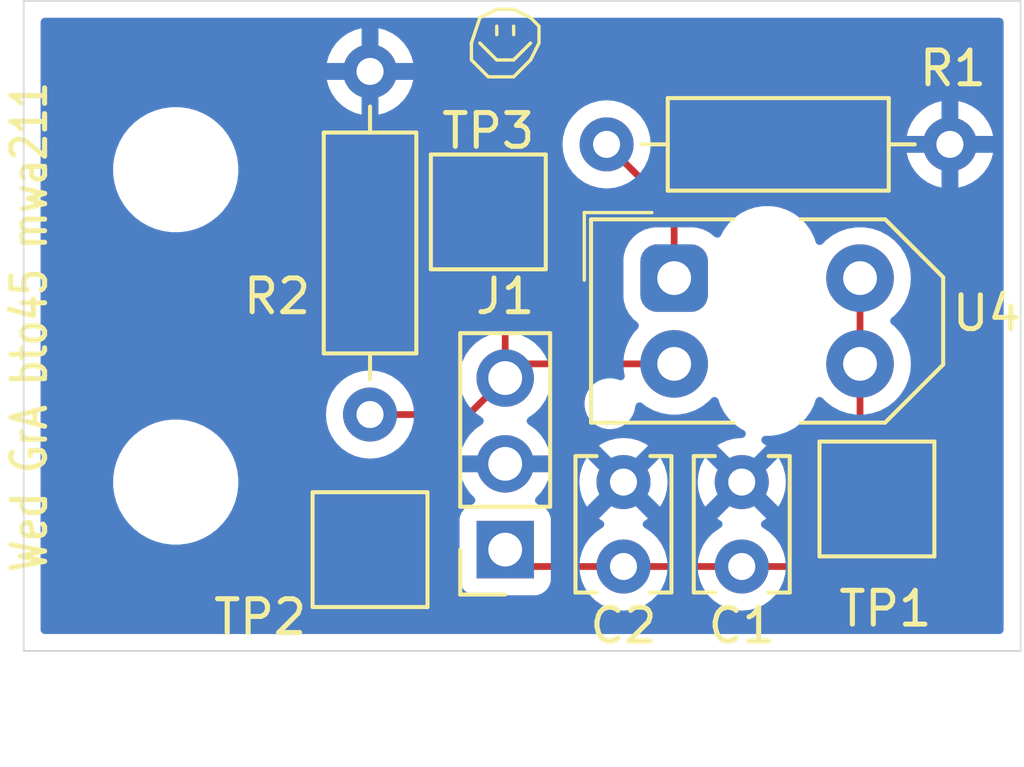
<source format=kicad_pcb>
(kicad_pcb (version 20240108) (generator "pcbnew") (generator_version "8.0")
  (layers (0 "F.Cu" signal) (31 "B.Cu" signal) (34 "B.Paste" user) (35 "F.Paste" user) (36 "B.SilkS" user "B.Silkscreen") (37 "F.SilkS" user "F.Silkscreen") (38 "B.Mask" user) (39 "F.Mask" user) (44 "Edge.Cuts" user))
  (net 0 "")
  (net 1 "GND")
  (net 2 "VCC")
  (net 3 "Sensor")
  (net 4 "Net-(R1-Pad1)")
  (footprint "TestPoint:TestPoint_Pad_3.0x3.0mm" (layer "F.Cu") (at 237 82)
    (property "Reference" "TP2" (at -3.25 2 0) (layer "F.SilkS"))
    (property "Value" "TestPoint")
    (fp_line (start -1.7 -1.7) (end 1.7 -1.7) (stroke (width 0.12)) (layer "F.SilkS"))
    (fp_line (start -1.7 1.7) (end -1.7 -1.7) (stroke (width 0.12)) (layer "F.SilkS"))
    (fp_line (start 1.7 -1.7) (end 1.7 1.7) (stroke (width 0.12)) (layer "F.SilkS"))
    (fp_line (start 1.7 1.7) (end -1.7 1.7) (stroke (width 0.12)) (layer "F.SilkS"))
    (pad "1" smd rect (at 0 0) (size 3 3) (layers "F.Cu" "F.Mask") (net 1 "GND"))
  )
  (footprint "Capacitor_THT:C_Disc_D3.8mm_W2.6mm_P2.50mm" (layer "F.Cu") (at 244.5 82.5 90)
    (property "Reference" "C2" (at -1.75 0 180) (layer "F.SilkS"))
    (property "Value" "100nF")
    (fp_line (start 3.27 -1.42) (end 3.27 -0.795) (stroke (width 0.12)) (layer "F.SilkS"))
    (fp_line (start -0.77 -1.42) (end 3.27 -1.42) (stroke (width 0.12)) (layer "F.SilkS"))
    (fp_line (start -0.77 -1.42) (end -0.77 -0.795) (stroke (width 0.12)) (layer "F.SilkS"))
    (fp_line (start 3.27 0.795) (end 3.27 1.42) (stroke (width 0.12)) (layer "F.SilkS"))
    (fp_line (start -0.77 0.795) (end -0.77 1.42) (stroke (width 0.12)) (layer "F.SilkS"))
    (fp_line (start -0.77 1.42) (end 3.27 1.42) (stroke (width 0.12)) (layer "F.SilkS"))
    (pad "1" thru_hole circle (at 0 0 90) (size 1.6 1.6) (drill 0.8) (layers "*.Cu" "*.Mask") (net 2 "VCC"))
    (pad "2" thru_hole circle (at 2.5 0 90) (size 1.6 1.6) (drill 0.8) (layers "*.Cu" "*.Mask") (net 1 "GND"))
  )
  (footprint "LFR_Footprint:Throughhole Resistor" (layer "F.Cu") (at 244 70)
    (property "Reference" "R1" (at 10.25 -2.25 0) (layer "F.SilkS"))
    (property "Value" "100")
    (fp_line (start 1.04 0) (end 1.81 0) (stroke (width 0.12)) (layer "F.SilkS"))
    (fp_line (start 1.81 -1.37) (end 1.81 1.37) (stroke (width 0.12)) (layer "F.SilkS"))
    (fp_line (start 1.81 1.37) (end 8.35 1.37) (stroke (width 0.12)) (layer "F.SilkS"))
    (fp_line (start 8.35 -1.37) (end 1.81 -1.37) (stroke (width 0.12)) (layer "F.SilkS"))
    (fp_line (start 8.35 1.37) (end 8.35 -1.37) (stroke (width 0.12)) (layer "F.SilkS"))
    (fp_line (start 9.12 0) (end 8.35 0) (stroke (width 0.12)) (layer "F.SilkS"))
    (pad "1" thru_hole circle (at 0 0) (size 1.6 1.6) (drill 0.8) (layers "*.Cu" "*.Mask") (net 4 "Net-(R1-Pad1)"))
    (pad "2" thru_hole oval (at 10.16 0) (size 1.6 1.6) (drill 0.8) (layers "*.Cu" "*.Mask") (net 1 "GND"))
  )
  (footprint "MountingHole:MountingHole_3.2mm_M3" (layer "F.Cu") (at 231.25 70.75)
    (property "Reference" "H2" (hide yes))
    (property "Value" "MountingHole")
    (pad "" np_thru_hole circle (at 0 0) (size 3.2 3.2) (drill 3.2) (layers "*.Cu" "*.Mask"))
  )
  (footprint "LFR_Footprint:Throughhole Resistor" (layer "F.Cu") (at 237 78 90)
    (property "Reference" "R2" (at 3.5 -2.75 180) (layer "F.SilkS"))
    (property "Value" "1.5k")
    (fp_line (start 8.35 -1.37) (end 1.81 -1.37) (stroke (width 0.12)) (layer "F.SilkS"))
    (fp_line (start 1.81 -1.37) (end 1.81 1.37) (stroke (width 0.12)) (layer "F.SilkS"))
    (fp_line (start 9.12 0) (end 8.35 0) (stroke (width 0.12)) (layer "F.SilkS"))
    (fp_line (start 1.04 0) (end 1.81 0) (stroke (width 0.12)) (layer "F.SilkS"))
    (fp_line (start 8.35 1.37) (end 8.35 -1.37) (stroke (width 0.12)) (layer "F.SilkS"))
    (fp_line (start 1.81 1.37) (end 8.35 1.37) (stroke (width 0.12)) (layer "F.SilkS"))
    (pad "1" thru_hole circle (at 0 0 90) (size 1.6 1.6) (drill 0.8) (layers "*.Cu" "*.Mask") (net 3 "Sensor"))
    (pad "2" thru_hole oval (at 10.16 0 90) (size 1.6 1.6) (drill 0.8) (layers "*.Cu" "*.Mask") (net 1 "GND"))
  )
  (footprint "MountingHole:MountingHole_3.2mm_M3" (layer "F.Cu") (at 231.25 80)
    (property "Reference" "H1" (hide yes))
    (property "Value" "MountingHole")
    (pad "" np_thru_hole circle (at 0 0) (size 3.2 3.2) (drill 3.2) (layers "*.Cu" "*.Mask"))
  )
  (footprint "Capacitor_THT:C_Disc_D3.8mm_W2.6mm_P2.50mm" (layer "F.Cu") (at 248 82.5 90)
    (property "Reference" "C1" (at -1.75 0 180) (layer "F.SilkS"))
    (property "Value" "1uF")
    (fp_line (start 3.27 -1.42) (end 3.27 -0.795) (stroke (width 0.12)) (layer "F.SilkS"))
    (fp_line (start -0.77 -1.42) (end 3.27 -1.42) (stroke (width 0.12)) (layer "F.SilkS"))
    (fp_line (start -0.77 -1.42) (end -0.77 -0.795) (stroke (width 0.12)) (layer "F.SilkS"))
    (fp_line (start 3.27 0.795) (end 3.27 1.42) (stroke (width 0.12)) (layer "F.SilkS"))
    (fp_line (start -0.77 0.795) (end -0.77 1.42) (stroke (width 0.12)) (layer "F.SilkS"))
    (fp_line (start -0.77 1.42) (end 3.27 1.42) (stroke (width 0.12)) (layer "F.SilkS"))
    (pad "1" thru_hole circle (at 0 0 90) (size 1.6 1.6) (drill 0.8) (layers "*.Cu" "*.Mask") (net 2 "VCC"))
    (pad "2" thru_hole circle (at 2.5 0 90) (size 1.6 1.6) (drill 0.8) (layers "*.Cu" "*.Mask") (net 1 "GND"))
  )
  (footprint "Connector_PinSocket_2.54mm:PinSocket_1x03_P2.54mm_Vertical" (layer "F.Cu") (at 241 82 180)
    (property "Reference" "J1" (at 0 7.5 0) (layer "F.SilkS"))
    (property "Value" "Conn_01x03_Pin")
    (fp_line (start 1.33 1.27) (end 1.33 6.41) (stroke (width 0.12)) (layer "F.SilkS"))
    (fp_line (start 1.33 -1.33) (end 1.33 0) (stroke (width 0.12)) (layer "F.SilkS"))
    (fp_line (start 0 -1.33) (end 1.33 -1.33) (stroke (width 0.12)) (layer "F.SilkS"))
    (fp_line (start -1.33 6.41) (end 1.33 6.41) (stroke (width 0.12)) (layer "F.SilkS"))
    (fp_line (start -1.33 1.27) (end 1.33 1.27) (stroke (width 0.12)) (layer "F.SilkS"))
    (fp_line (start -1.33 1.27) (end -1.33 6.41) (stroke (width 0.12)) (layer "F.SilkS"))
    (pad "1" thru_hole rect (at 0 0 180) (size 1.7 1.7) (drill 1) (layers "*.Cu" "*.Mask") (net 2 "VCC"))
    (pad "2" thru_hole oval (at 0 2.54 180) (size 1.7 1.7) (drill 1) (layers "*.Cu" "*.Mask") (net 1 "GND"))
    (pad "3" thru_hole oval (at 0 5.08 180) (size 1.7 1.7) (drill 1) (layers "*.Cu" "*.Mask") (net 3 "Sensor"))
  )
  (footprint "TestPoint:TestPoint_Pad_3.0x3.0mm" (layer "F.Cu") (at 240.5 72)
    (property "Reference" "TP3" (at 0 -2.398 0) (layer "F.SilkS"))
    (property "Value" "TestPoint")
    (fp_line (start -1.7 -1.7) (end 1.7 -1.7) (stroke (width 0.12)) (layer "F.SilkS"))
    (fp_line (start -1.7 1.7) (end -1.7 -1.7) (stroke (width 0.12)) (layer "F.SilkS"))
    (fp_line (start 1.7 -1.7) (end 1.7 1.7) (stroke (width 0.12)) (layer "F.SilkS"))
    (fp_line (start 1.7 1.7) (end -1.7 1.7) (stroke (width 0.12)) (layer "F.SilkS"))
    (pad "1" smd rect (at 0 0) (size 3 3) (layers "F.Cu" "F.Mask") (net 3 "Sensor"))
  )
  (footprint "TestPoint:TestPoint_Pad_3.0x3.0mm" (layer "F.Cu") (at 252 80.5)
    (property "Reference" "TP1" (at 0.25 3.25 0) (layer "F.SilkS"))
    (property "Value" "TestPoint")
    (fp_line (start -1.7 -1.7) (end 1.7 -1.7) (stroke (width 0.12)) (layer "F.SilkS"))
    (fp_line (start -1.7 1.7) (end -1.7 -1.7) (stroke (width 0.12)) (layer "F.SilkS"))
    (fp_line (start 1.7 -1.7) (end 1.7 1.7) (stroke (width 0.12)) (layer "F.SilkS"))
    (fp_line (start 1.7 1.7) (end -1.7 1.7) (stroke (width 0.12)) (layer "F.SilkS"))
    (pad "1" smd rect (at 0 0) (size 3 3) (layers "F.Cu" "F.Mask") (net 2 "VCC"))
  )
  (footprint "LFR_Footprint:Sensor" (layer "F.Cu") (at 246 73.96)
    (property "Reference" "U4" (at 9.25 1.04 0) (layer "F.SilkS"))
    (property "Value" "TCRT5000")
    (fp_line (start -2.66 -1.94) (end -2.66 0.06) (stroke (width 0.1)) (layer "F.SilkS"))
    (fp_line (start -2.66 -1.94) (end -0.66 -1.94) (stroke (width 0.1)) (layer "F.SilkS"))
    (fp_line (start -2.46 -1.74) (end -2.46 4.28) (stroke (width 0.12)) (layer "F.SilkS"))
    (fp_line (start -2.46 -1.74) (end 1.75 -1.74) (stroke (width 0.12)) (layer "F.SilkS"))
    (fp_line (start -2.46 4.28) (end 1.75 4.28) (stroke (width 0.12)) (layer "F.SilkS"))
    (fp_line (start 3.75 -1.74) (end 6.245 -1.74) (stroke (width 0.12)) (layer "F.SilkS"))
    (fp_line (start 3.75 4.28) (end 6.24 4.28) (stroke (width 0.12)) (layer "F.SilkS"))
    (fp_line (start 7.96 -0.0255) (end 6.245 -1.74) (stroke (width 0.12)) (layer "F.SilkS"))
    (fp_line (start 7.96 2.56) (end 6.24 4.28) (stroke (width 0.12)) (layer "F.SilkS"))
    (fp_line (start 7.96 2.56) (end 7.96 -0.0255) (stroke (width 0.12)) (layer "F.SilkS"))
    (pad "" np_thru_hole circle (at -1.9 3.72) (size 1 1) (drill 1) (layers "F&B.Cu" "*.Mask"))
    (pad "" np_thru_hole circle (at 2.75 -0.63) (size 2.5 2.5) (drill 2.5) (layers "F&B.Cu" "*.Mask"))
    (pad "" np_thru_hole circle (at 2.75 3.17) (size 2.5 2.5) (drill 2.5) (layers "F&B.Cu" "*.Mask"))
    (pad "1" thru_hole roundrect (at 0 0) (size 2 2) (drill 1) (layers "*.Cu" "*.Mask") (net 4 "Net-(R1-Pad1)"))
    (pad "2" thru_hole circle (at 0 2.54) (size 2 2) (drill 1) (layers "*.Cu" "*.Mask") (net 3 "Sensor"))
    (pad "3" thru_hole circle (at 5.5 2.54) (size 2 2) (drill 1) (layers "*.Cu" "*.Mask") (net 2 "VCC"))
    (pad "4" thru_hole circle (at 5.5 0) (size 2 2) (drill 1) (layers "*.Cu" "*.Mask") (net 2 "VCC"))
  )
  (gr_line (start 241.5 67.25) (end 241.75 67) (stroke (width 0.1)) (layer "F.SilkS"))
  (gr_line (start 241.75 66.25) (end 241.25 66) (stroke (width 0.1)) (layer "F.SilkS"))
  (gr_line (start 240 67.5) (end 240.5 68) (stroke (width 0.1)) (layer "F.SilkS"))
  (gr_line (start 241.25 66) (end 240.75 66) (stroke (width 0.1)) (layer "F.SilkS"))
  (gr_line (start 240.5 67.25) (end 240.75 67.5) (stroke (width 0.1)) (layer "F.SilkS"))
  (gr_line (start 240.75 66.75) (end 240.75 66.5) (stroke (width 0.1)) (layer "F.SilkS"))
  (gr_line (start 240.25 66.25) (end 240 67) (stroke (width 0.1)) (layer "F.SilkS"))
  (gr_line (start 242 66.5) (end 241.75 66.25) (stroke (width 0.1)) (layer "F.SilkS"))
  (gr_line (start 240.25 67) (end 240.5 67.25) (stroke (width 0.1)) (layer "F.SilkS"))
  (gr_line (start 240 67) (end 240 67.5) (stroke (width 0.1)) (layer "F.SilkS"))
  (gr_line (start 240.75 67.5) (end 241 67.5) (stroke (width 0.1)) (layer "F.SilkS"))
  (gr_line (start 241.25 67.5) (end 241.5 67.25) (stroke (width 0.1)) (layer "F.SilkS"))
  (gr_line (start 240.75 66) (end 240.25 66.25) (stroke (width 0.1)) (layer "F.SilkS"))
  (gr_line (start 241.75 67.5) (end 242 67) (stroke (width 0.1)) (layer "F.SilkS"))
  (gr_line (start 242 67) (end 242 66.5) (stroke (width 0.1)) (layer "F.SilkS"))
  (gr_line (start 241.25 66.75) (end 241.25 66.5) (stroke (width 0.1)) (layer "F.SilkS"))
  (gr_line (start 240.5 68) (end 241.25 68) (stroke (width 0.1)) (layer "F.SilkS"))
  (gr_line (start 241 67.5) (end 241.25 67.5) (stroke (width 0.1)) (layer "F.SilkS"))
  (gr_line (start 241.25 68) (end 241.75 67.5) (stroke (width 0.1)) (layer "F.SilkS"))
  (gr_line (start 226.75 85) (end 226.75 65.75) (stroke (width 0.05)) (layer "Edge.Cuts"))
  (gr_line (start 256.25 85) (end 226.75 85) (stroke (width 0.05)) (layer "Edge.Cuts"))
  (gr_line (start 256.25 65.75) (end 256.25 85) (stroke (width 0.05)) (layer "Edge.Cuts"))
  (gr_line (start 226.75 65.75) (end 256.25 65.75) (stroke (width 0.05)) (layer "Edge.Cuts"))
  (gr_text "Wed GrA bto45 mwa211" (at 227.5 82.75 90) (layer "F.SilkS") (effects (font (size 1 0.8)) (justify left bottom)))
  (segment (start 239.54 79.46) (end 241 79.46) (width 0.2) (layer "F.Cu") (net 1))
  (segment (start 237 82) (end 239.54 79.46) (width 0.2) (layer "F.Cu") (net 1))
  (segment (start 250 82.5) (end 252 80.5) (width 0.2) (layer "F.Cu") (net 2))
  (segment (start 251.5 73.96) (end 251.5 76.5) (width 0.2) (layer "F.Cu") (net 2))
  (segment (start 251.5 80) (end 252 80.5) (width 0.2) (layer "F.Cu") (net 2))
  (segment (start 244.5 82.5) (end 241.5 82.5) (width 0.2) (layer "F.Cu") (net 2))
  (segment (start 248 82.5) (end 250 82.5) (width 0.2) (layer "F.Cu") (net 2))
  (segment (start 248 82.5) (end 244.5 82.5) (width 0.2) (layer "F.Cu") (net 2))
  (segment (start 241.5 82.5) (end 241 82) (width 0.2) (layer "F.Cu") (net 2))
  (segment (start 251.5 76.5) (end 251.5 80) (width 0.2) (layer "F.Cu") (net 2))
  (segment (start 241 76.92) (end 241 72.5) (width 0.2) (layer "F.Cu") (net 3))
  (segment (start 241 72.5) (end 240.5 72) (width 0.2) (layer "F.Cu") (net 3))
  (segment (start 239.92 78) (end 241 76.92) (width 0.2) (layer "F.Cu") (net 3))
  (segment (start 241 76.92) (end 241.42 76.5) (width 0.2) (layer "F.Cu") (net 3))
  (segment (start 241.42 76.5) (end 246 76.5) (width 0.2) (layer "F.Cu") (net 3))
  (segment (start 237 78) (end 239.92 78) (width 0.2) (layer "F.Cu") (net 3))
  (segment (start 246 73.96) (end 246 72) (width 0.2) (layer "F.Cu") (net 4))
  (segment (start 246 72) (end 244 70) (width 0.2) (layer "F.Cu") (net 4))
  (zone (net 1) (net_name "GND") (layer "B.Cu") (connect_pads (clearance 0.5)) (min_thickness 0.25) (fill yes (thermal_gap 0.5) (thermal_bridge_width 0.5))
    (polygon (pts (xy 227 66.25) (xy 255.75 66.25) (xy 255.75 84.5) (xy 227.25 84.5)))
  )
)
</source>
